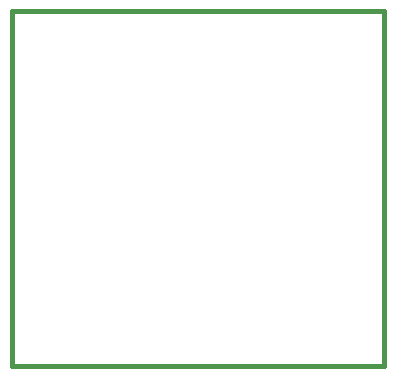
<source format=gtp>
G75*
%MOIN*%
%OFA0B0*%
%FSLAX25Y25*%
%IPPOS*%
%LPD*%
%AMOC8*
5,1,8,0,0,1.08239X$1,22.5*
%
%ADD10C,0.01600*%
D10*
X0008250Y0002200D02*
X0008250Y0120310D01*
X0132266Y0120310D01*
X0132266Y0002200D01*
X0008250Y0002200D01*
M02*

</source>
